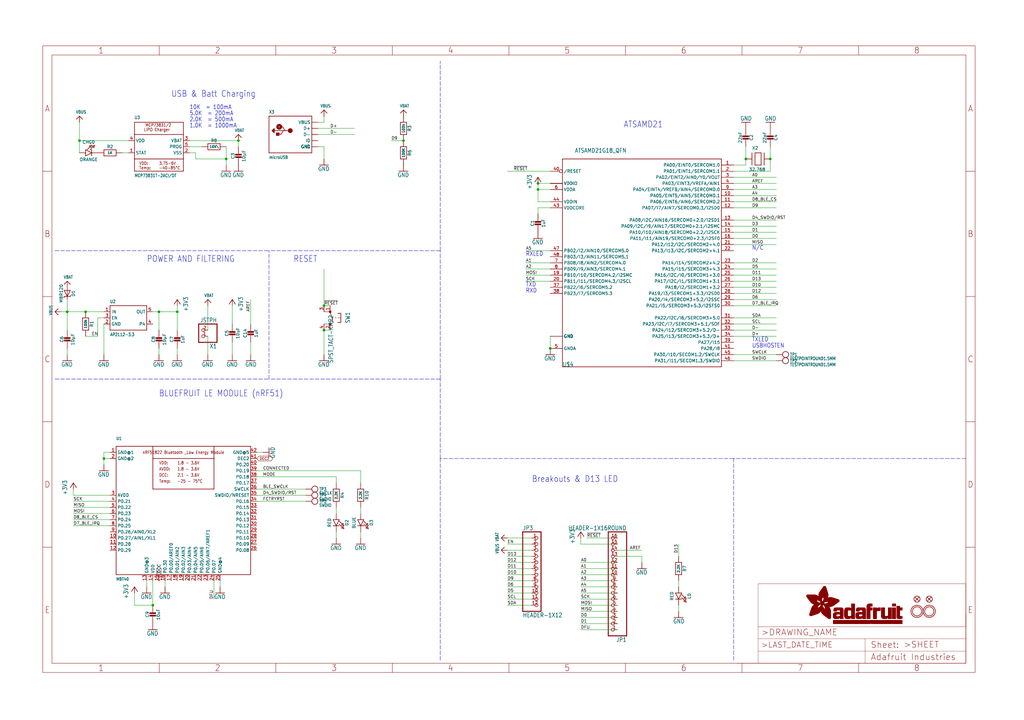
<source format=kicad_sch>
(kicad_sch (version 20211123) (generator eeschema)
  (paper "User" 425.45 299.161)
  (lib_symbols
    (symbol "eagleSchem-eagle-import:+3V3" (power)
      (property "Value" "+3V3" (at -2.54 -5.08 90))
      (symbol "+3V3_1_0"
        (pin power_in line (at 0 -2.54 90) (length 2.54) (name "+3V3") (number "1"))
      )
    )
    (symbol "eagleSchem-eagle-import:ATSAMD21J_QFN"
      (property "Value" "ATSAMD21J_QFN" (at -15.24 40.64 0))
      (symbol "ATSAMD21J_QFN_1_0"
        (pin bidirectional line (at 50.8 35.56 180) (length 5.08) (name "PA00/EINT0/SERCOM1.0") (number "1"))
        (pin bidirectional line (at 50.8 22.86 180) (length 5.08) (name "PA05/EINT5/AIN5/SERCOM0.1") (number "10"))
        (pin bidirectional line (at 50.8 20.32 180) (length 5.08) (name "PA06/EINT6/AIN6/SERCOM0.2") (number "11"))
        (pin bidirectional line (at 50.8 17.78 180) (length 5.08) (name "PA07/I7/AIN7/SERCOM0.3/I2SD0") (number "12"))
        (pin bidirectional line (at 50.8 12.7 180) (length 5.08) (name "PA08/I2C/AIN16/SERCOM0+2.0/I2SD1") (number "13"))
        (pin bidirectional line (at 50.8 10.16 180) (length 5.08) (name "PA09/I2C/I9/AIN17/SERCOM0+2.1/I2SMC") (number "14"))
        (pin bidirectional line (at 50.8 7.62 180) (length 5.08) (name "PA10/I10/AIN18/SERCOM0+2.2/I2SCK") (number "15"))
        (pin bidirectional line (at 50.8 5.08 180) (length 5.08) (name "PA11/I11/AIN19/SERCOM0+2.3/I2SF0") (number "16"))
        (pin power_in line (at -25.4 27.94 0) (length 5.08) (name "VDDIO") (number "17"))
        (pin power_in line (at -25.4 -35.56 0) (length 5.08) (name "GND") (number "18"))
        (pin bidirectional line (at -25.4 -10.16 0) (length 5.08) (name "PB10/I10/SERCOM4.2/I2SMC") (number "19"))
        (pin bidirectional line (at 50.8 33.02 180) (length 5.08) (name "PA01/EINT1/SERCOM1.1") (number "2"))
        (pin bidirectional line (at -25.4 -12.7 0) (length 5.08) (name "PB11/I11/SERCOM4.3/I2SCL") (number "20"))
        (pin bidirectional line (at 50.8 2.54 180) (length 5.08) (name "PA12/I12/I2C/SERCOM2+4.0") (number "21"))
        (pin bidirectional line (at 50.8 0 180) (length 5.08) (name "PA13/I13/I2C/SERCOM2+4.1") (number "22"))
        (pin bidirectional line (at 50.8 -5.08 180) (length 5.08) (name "PA14/I14/SERCOM2+4.2") (number "23"))
        (pin bidirectional line (at 50.8 -7.62 180) (length 5.08) (name "PA15/I15/SERCOM3+4.3") (number "24"))
        (pin bidirectional line (at 50.8 -10.16 180) (length 5.08) (name "PA16/I2C/I0/SERCOM1+3.0") (number "25"))
        (pin bidirectional line (at 50.8 -12.7 180) (length 5.08) (name "PA17/I2C/I1/SERCOM1+3.1") (number "26"))
        (pin bidirectional line (at 50.8 -15.24 180) (length 5.08) (name "PA18/I2/SERCOM1+3.2") (number "27"))
        (pin bidirectional line (at 50.8 -17.78 180) (length 5.08) (name "PA19/I3/SERCOM1+3.3/I2SD0") (number "28"))
        (pin bidirectional line (at 50.8 -20.32 180) (length 5.08) (name "PA20/I4/SERCOM3+5.2/I2SSC") (number "29"))
        (pin bidirectional line (at 50.8 30.48 180) (length 5.08) (name "PA02/EINT2/AIN0/Y0/VOUT") (number "3"))
        (pin bidirectional line (at 50.8 -22.86 180) (length 5.08) (name "PA21/I5/SERCOM3+5.3/I2SFS0") (number "30"))
        (pin bidirectional line (at 50.8 -27.94 180) (length 5.08) (name "PA22/I2C/I6/SERCOM3+5.0") (number "31"))
        (pin bidirectional line (at 50.8 -30.48 180) (length 5.08) (name "PA23/I2C/I7/SERCOM3+5.1/SOF") (number "32"))
        (pin bidirectional line (at 50.8 -33.02 180) (length 5.08) (name "PA24/I12/SERCOM3+5.2/D-") (number "33"))
        (pin bidirectional line (at 50.8 -35.56 180) (length 5.08) (name "PA25/I13/SERCOM3+5.3/D+") (number "34"))
        (pin power_in line (at -25.4 -35.56 0) (length 5.08) (name "GND") (number "35"))
        (pin power_in line (at -25.4 27.94 0) (length 5.08) (name "VDDIO") (number "36"))
        (pin bidirectional line (at -25.4 -15.24 0) (length 5.08) (name "PB22/I6/SERCOM5.2") (number "37"))
        (pin bidirectional line (at -25.4 -17.78 0) (length 5.08) (name "PB23/I7/SERCOM5.3") (number "38"))
        (pin bidirectional line (at 50.8 -38.1 180) (length 5.08) (name "PA27/I15") (number "39"))
        (pin bidirectional line (at 50.8 27.94 180) (length 5.08) (name "PA03/EINT3/VREFA/AIN1") (number "4"))
        (pin bidirectional inverted (at -25.4 33.02 0) (length 5.08) (name "/RESET") (number "40"))
        (pin bidirectional line (at 50.8 -40.64 180) (length 5.08) (name "PA28/I8") (number "41"))
        (pin power_in line (at -25.4 -35.56 0) (length 5.08) (name "GND") (number "42"))
        (pin power_in line (at -25.4 17.78 0) (length 5.08) (name "VDDCORE") (number "43"))
        (pin power_in line (at -25.4 20.32 0) (length 5.08) (name "VDDIN") (number "44"))
        (pin bidirectional line (at 50.8 -43.18 180) (length 5.08) (name "PA30/I10/SECOM1.2/SWCLK") (number "45"))
        (pin bidirectional line (at 50.8 -45.72 180) (length 5.08) (name "PA31/I11/SECOM1.3/SWDIO") (number "46"))
        (pin bidirectional line (at -25.4 0 0) (length 5.08) (name "PB02/I2/AIN10/SERCOM5.0") (number "47"))
        (pin bidirectional line (at -25.4 -2.54 0) (length 5.08) (name "PB03/I3/AIN11/SERCOM5.1") (number "48"))
        (pin power_in line (at -25.4 -40.64 0) (length 5.08) (name "GNDA") (number "5"))
        (pin power_in line (at -25.4 25.4 0) (length 5.08) (name "VDDA") (number "6"))
        (pin bidirectional line (at -25.4 -5.08 0) (length 5.08) (name "PB08/I8/AIN2/SERCOM4.0") (number "7"))
        (pin bidirectional line (at -25.4 -7.62 0) (length 5.08) (name "PB09/I9/AIN3/SERCOM4.1") (number "8"))
        (pin bidirectional line (at 50.8 25.4 180) (length 5.08) (name "PA04/EINT4/VREFB/AIN4/SERCOM0.0") (number "9"))
        (pin power_in line (at -25.4 -35.56 0) (length 5.08) (name "GND") (number "THERMAL"))
      )
    )
    (symbol "eagleSchem-eagle-import:CAP_CERAMIC0603_NO"
      (property "Reference" "C" (at -2.29 1.25 90))
      (property "Value" "CAP_CERAMIC0603_NO" (at 2.3 1.25 90))
      (symbol "CAP_CERAMIC0603_NO_1_0"
        (pin passive line (at 0 5.08 270) (length 2.54) (name "1") (number "1"))
        (pin passive line (at 0 -2.54 90) (length 2.54) (name "2") (number "2"))
      )
    )
    (symbol "eagleSchem-eagle-import:CAP_CERAMIC0805-NOOUTLINE"
      (property "Reference" "C" (at -2.29 1.25 90))
      (property "Value" "CAP_CERAMIC0805-NOOUTLINE" (at 2.3 1.25 90))
      (symbol "CAP_CERAMIC0805-NOOUTLINE_1_0"
        (pin passive line (at 0 5.08 270) (length 2.54) (name "1") (number "1"))
        (pin passive line (at 0 -2.54 90) (length 2.54) (name "2") (number "2"))
      )
    )
    (symbol "eagleSchem-eagle-import:CON_JST_PH_2PIN"
      (property "Reference" "X" (at -6.35 5.715 0))
      (property "Value" "CON_JST_PH_2PIN" (at -6.35 -5.08 0))
      (symbol "CON_JST_PH_2PIN_1_0"
        (pin passive inverted (at -2.54 2.54 0) (length 2.54) (name "1") (number "1"))
        (pin passive inverted (at -2.54 0 0) (length 2.54) (name "2") (number "2"))
      )
    )
    (symbol "eagleSchem-eagle-import:DIODE-SCHOTTKYSOD-123"
      (property "Reference" "D" (at 0 2.54 0))
      (property "Value" "DIODE-SCHOTTKYSOD-123" (at 0 -2.5 0))
      (symbol "DIODE-SCHOTTKYSOD-123_1_0"
        (pin passive line (at -2.54 0 0) (length 2.54) (name "A") (number "A"))
        (pin passive line (at 2.54 0 180) (length 2.54) (name "C") (number "C"))
      )
    )
    (symbol "eagleSchem-eagle-import:FIDUCIAL{dblquote}{dblquote}")
    (symbol "eagleSchem-eagle-import:FRAME_A3_ADAFRUIT"
      (symbol "FRAME_A3_ADAFRUIT_1_0"
        (text "1" (at 24.2094 1.905 0) (effects (font (size 2.54 2.286))))
        (text "1" (at 24.2094 258.445 0) (effects (font (size 2.54 2.286))))
        (text "2" (at 72.6281 1.905 0) (effects (font (size 2.54 2.286))))
        (text "2" (at 72.6281 258.445 0) (effects (font (size 2.54 2.286))))
        (text "3" (at 121.0469 1.905 0) (effects (font (size 2.54 2.286))))
        (text "3" (at 121.0469 258.445 0) (effects (font (size 2.54 2.286))))
        (text "4" (at 169.4656 1.905 0) (effects (font (size 2.54 2.286))))
        (text "4" (at 169.4656 258.445 0) (effects (font (size 2.54 2.286))))
        (text "5" (at 217.8844 1.905 0) (effects (font (size 2.54 2.286))))
        (text "5" (at 217.8844 258.445 0) (effects (font (size 2.54 2.286))))
        (text "6" (at 266.3031 1.905 0) (effects (font (size 2.54 2.286))))
        (text "6" (at 266.3031 258.445 0) (effects (font (size 2.54 2.286))))
        (text "7" (at 314.7219 1.905 0) (effects (font (size 2.54 2.286))))
        (text "7" (at 314.7219 258.445 0) (effects (font (size 2.54 2.286))))
        (text "8" (at 363.1406 1.905 0) (effects (font (size 2.54 2.286))))
        (text "8" (at 363.1406 258.445 0) (effects (font (size 2.54 2.286))))
        (text ">DRAWING_NAME" (at 298.45 15.24 0) (effects (font (size 2.54 2.54)) (justify left bottom)))
        (text ">LAST_DATE_TIME" (at 298.45 10.16 0) (effects (font (size 2.286 2.286)) (justify left bottom)))
        (text ">SHEET" (at 357.505 10.16 0) (effects (font (size 2.54 2.54)) (justify left bottom)))
        (text "A" (at 1.905 234.315 0) (effects (font (size 2.54 2.286))))
        (text "A" (at 385.445 234.315 0) (effects (font (size 2.54 2.286))))
        (text "Adafruit Industries" (at 343.916 4.953 0) (effects (font (size 2.54 2.54)) (justify left bottom)))
        (text "B" (at 1.905 182.245 0) (effects (font (size 2.54 2.286))))
        (text "B" (at 385.445 182.245 0) (effects (font (size 2.54 2.286))))
        (text "C" (at 1.905 130.175 0) (effects (font (size 2.54 2.286))))
        (text "C" (at 385.445 130.175 0) (effects (font (size 2.54 2.286))))
        (text "D" (at 1.905 78.105 0) (effects (font (size 2.54 2.286))))
        (text "D" (at 385.445 78.105 0) (effects (font (size 2.54 2.286))))
        (text "E" (at 1.905 26.035 0) (effects (font (size 2.54 2.286))))
        (text "E" (at 385.445 26.035 0) (effects (font (size 2.54 2.286))))
        (text "Sheet:" (at 343.916 10.033 0) (effects (font (size 2.54 2.54)) (justify left bottom)))
      )
    )
    (symbol "eagleSchem-eagle-import:GND" (power)
      (property "Value" "GND" (at -2.54 -2.54 0))
      (symbol "GND_1_0"
        (pin power_in line (at 0 2.54 270) (length 2.54) (name "GND") (number "1"))
      )
    )
    (symbol "eagleSchem-eagle-import:HEADER-1X12"
      (property "Reference" "JP" (at -6.35 18.415 0))
      (property "Value" "HEADER-1X12" (at -6.35 -17.78 0))
      (symbol "HEADER-1X12_1_0"
        (pin passive inverted (at -2.54 15.24 0) (length 2.54) (name "1") (number "1"))
        (pin passive inverted (at -2.54 -7.62 0) (length 2.54) (name "10") (number "10"))
        (pin passive inverted (at -2.54 -10.16 0) (length 2.54) (name "11") (number "11"))
        (pin passive inverted (at -2.54 -12.7 0) (length 2.54) (name "12") (number "12"))
        (pin passive inverted (at -2.54 12.7 0) (length 2.54) (name "2") (number "2"))
        (pin passive inverted (at -2.54 10.16 0) (length 2.54) (name "3") (number "3"))
        (pin passive inverted (at -2.54 7.62 0) (length 2.54) (name "4") (number "4"))
        (pin passive inverted (at -2.54 5.08 0) (length 2.54) (name "5") (number "5"))
        (pin passive inverted (at -2.54 2.54 0) (length 2.54) (name "6") (number "6"))
        (pin passive inverted (at -2.54 0 0) (length 2.54) (name "7") (number "7"))
        (pin passive inverted (at -2.54 -2.54 0) (length 2.54) (name "8") (number "8"))
        (pin passive inverted (at -2.54 -5.08 0) (length 2.54) (name "9") (number "9"))
      )
    )
    (symbol "eagleSchem-eagle-import:HEADER-1X16ROUND"
      (property "Reference" "JP" (at -6.35 20.955 0))
      (property "Value" "HEADER-1X16ROUND" (at -6.35 -25.4 0))
      (symbol "HEADER-1X16ROUND_1_0"
        (pin passive inverted (at -2.54 17.78 0) (length 2.54) (name "1") (number "1"))
        (pin passive inverted (at -2.54 -5.08 0) (length 2.54) (name "10") (number "10"))
        (pin passive inverted (at -2.54 -7.62 0) (length 2.54) (name "11") (number "11"))
        (pin passive inverted (at -2.54 -10.16 0) (length 2.54) (name "12") (number "12"))
        (pin passive inverted (at -2.54 -12.7 0) (length 2.54) (name "13") (number "13"))
        (pin passive inverted (at -2.54 -15.24 0) (length 2.54) (name "14") (number "14"))
        (pin passive inverted (at -2.54 -17.78 0) (length 2.54) (name "15") (number "15"))
        (pin passive inverted (at -2.54 -20.32 0) (length 2.54) (name "16") (number "16"))
        (pin passive inverted (at -2.54 15.24 0) (length 2.54) (name "2") (number "2"))
        (pin passive inverted (at -2.54 12.7 0) (length 2.54) (name "3") (number "3"))
        (pin passive inverted (at -2.54 10.16 0) (length 2.54) (name "4") (number "4"))
        (pin passive inverted (at -2.54 7.62 0) (length 2.54) (name "5") (number "5"))
        (pin passive inverted (at -2.54 5.08 0) (length 2.54) (name "6") (number "6"))
        (pin passive inverted (at -2.54 2.54 0) (length 2.54) (name "7") (number "7"))
        (pin passive inverted (at -2.54 0 0) (length 2.54) (name "8") (number "8"))
        (pin passive inverted (at -2.54 -2.54 0) (length 2.54) (name "9") (number "9"))
      )
    )
    (symbol "eagleSchem-eagle-import:LED0805_NOOUTLINE"
      (property "Reference" "D" (at -1.27 4.445 0))
      (property "Value" "LED0805_NOOUTLINE" (at -1.27 -2.794 0))
      (symbol "LED0805_NOOUTLINE_1_0"
        (pin passive line (at -5.08 0 0) (length 2.54) (name "A") (number "A"))
        (pin passive line (at 2.54 0 180) (length 2.54) (name "C") (number "C"))
      )
    )
    (symbol "eagleSchem-eagle-import:MCP73831{slash}2"
      (property "Reference" "U" (at -10.16 11.43 0))
      (property "Value" "MCP73831{slash}2" (at -10.16 -12.7 0))
      (symbol "MCP73831{slash}2_1_0"
        (text "-40-85°C" (at 0 -9.525 0) (effects (font (size 1.27 1.0795)) (justify left bottom)))
        (text "3.75-6V" (at 0 -7.62 0) (effects (font (size 1.27 1.0795)) (justify left bottom)))
        (text "LIPO Charger" (at -6.35 6.35 0) (effects (font (size 1.27 1.0795)) (justify left bottom)))
        (text "MCP73831/2" (at -5.715 8.255 0) (effects (font (size 1.27 1.0795)) (justify left bottom)))
        (text "Temp:" (at -8.255 -9.525 0) (effects (font (size 1.27 1.0795)) (justify left bottom)))
        (text "VDD:" (at -8.255 -7.62 0) (effects (font (size 1.27 1.0795)) (justify left bottom)))
        (pin output line (at -12.7 -2.54 0) (length 2.54) (name "STAT") (number "1"))
        (pin power_in line (at 12.7 -2.54 180) (length 2.54) (name "VSS") (number "2"))
        (pin power_in line (at 12.7 2.54 180) (length 2.54) (name "VBAT") (number "3"))
        (pin power_in line (at -12.7 2.54 0) (length 2.54) (name "VDD") (number "4"))
        (pin input line (at 12.7 0 180) (length 2.54) (name "PROG") (number "5"))
      )
    )
    (symbol "eagleSchem-eagle-import:MOUNTINGHOLE2.5")
    (symbol "eagleSchem-eagle-import:NRF51822_MODULE_MDBT40"
      (property "Reference" "U" (at -27.94 27.94 0))
      (property "Value" "NRF51822_MODULE_MDBT40" (at -27.94 -30.48 0))
      (symbol "NRF51822_MODULE_MDBT40_1_0"
        (text "-25 - 75°C" (at -2.54 10.16 0) (effects (font (size 1.27 1.0795)) (justify left bottom)))
        (text "1.8 - 3.6V" (at -2.54 15.24 0) (effects (font (size 1.27 1.0795)) (justify left bottom)))
        (text "1.8 - 3.6V" (at -2.54 17.78 0) (effects (font (size 1.27 1.0795)) (justify left bottom)))
        (text "2.1 - 3.6V" (at -2.54 12.7 0) (effects (font (size 1.27 1.0795)) (justify left bottom)))
        (text "AVDD:" (at -10.16 15.24 0) (effects (font (size 1.27 1.0795)) (justify left bottom)))
        (text "DCC:" (at -10.16 12.7 0) (effects (font (size 1.27 1.0795)) (justify left bottom)))
        (text "nRF51822 Bluetooth _Low Energy Module" (at 0 22.86 0) (effects (font (size 1.27 1.0795))))
        (text "Temp:" (at -10.16 10.16 0) (effects (font (size 1.27 1.0795)) (justify left bottom)))
        (text "VDD:" (at -10.16 17.78 0) (effects (font (size 1.27 1.0795)) (justify left bottom)))
        (pin power_in line (at -30.48 22.86 0) (length 2.54) (name "GND@1") (number "1"))
        (pin bidirectional line (at -30.48 -12.7 0) (length 2.54) (name "P0.27/AIN1/XL1") (number "10"))
        (pin bidirectional line (at -30.48 -15.24 0) (length 2.54) (name "P0.28") (number "11"))
        (pin bidirectional line (at -30.48 -17.78 0) (length 2.54) (name "P0.29") (number "12"))
        (pin power_in line (at -15.24 -30.48 90) (length 2.54) (name "GND@3") (number "13"))
        (pin power_in line (at -12.7 -30.48 90) (length 2.54) (name "VDD") (number "14"))
        (pin power_in line (at -10.16 -30.48 90) (length 2.54) (name "DCC") (number "15"))
        (pin bidirectional line (at -7.62 -30.48 90) (length 2.54) (name "P0.30") (number "16"))
        (pin bidirectional line (at -5.08 -30.48 90) (length 2.54) (name "P0.00/AREF0") (number "17"))
        (pin bidirectional line (at -2.54 -30.48 90) (length 2.54) (name "P0.01/AIN2") (number "18"))
        (pin bidirectional line (at 0 -30.48 90) (length 2.54) (name "P0.02/AIN3") (number "19"))
        (pin power_in line (at -30.48 20.32 0) (length 2.54) (name "GND@2") (number "2"))
        (pin bidirectional line (at 2.54 -30.48 90) (length 2.54) (name "P0.03/AIN4") (number "20"))
        (pin bidirectional line (at 5.08 -30.48 90) (length 2.54) (name "P0.04/AIN5") (number "21"))
        (pin bidirectional line (at 7.62 -30.48 90) (length 2.54) (name "P0.05/AIN6") (number "22"))
        (pin bidirectional line (at 10.16 -30.48 90) (length 2.54) (name "P0.06/AIN7/AREF1") (number "23"))
        (pin bidirectional line (at 12.7 -30.48 90) (length 2.54) (name "P0.07") (number "24"))
        (pin power_in line (at 15.24 -30.48 90) (length 2.54) (name "GND@4") (number "25"))
        (pin bidirectional line (at 30.48 -17.78 180) (length 2.54) (name "P0.08") (number "26"))
        (pin bidirectional line (at 30.48 -15.24 180) (length 2.54) (name "P0.09") (number "27"))
        (pin bidirectional line (at 30.48 -12.7 180) (length 2.54) (name "P0.10") (number "28"))
        (pin bidirectional line (at 30.48 -10.16 180) (length 2.54) (name "P0.11") (number "29"))
        (pin power_in line (at -30.48 5.08 0) (length 2.54) (name "AVDD") (number "3"))
        (pin bidirectional line (at 30.48 -7.62 180) (length 2.54) (name "P0.12") (number "30"))
        (pin bidirectional line (at 30.48 -5.08 180) (length 2.54) (name "P0.13") (number "31"))
        (pin bidirectional line (at 30.48 -2.54 180) (length 2.54) (name "P0.14") (number "32"))
        (pin bidirectional line (at 30.48 0 180) (length 2.54) (name "P0.15") (number "33"))
        (pin bidirectional line (at 30.48 2.54 180) (length 2.54) (name "P0.16") (number "34"))
        (pin bidirectional line (at 30.48 5.08 180) (length 2.54) (name "SWDIO/NRESET") (number "35"))
        (pin bidirectional line (at 30.48 7.62 180) (length 2.54) (name "SWCLK") (number "36"))
        (pin bidirectional line (at 30.48 10.16 180) (length 2.54) (name "P0.17") (number "37"))
        (pin bidirectional line (at 30.48 12.7 180) (length 2.54) (name "P0.18") (number "38"))
        (pin bidirectional line (at 30.48 15.24 180) (length 2.54) (name "P0.19") (number "39"))
        (pin bidirectional line (at -30.48 2.54 0) (length 2.54) (name "P0.21") (number "4"))
        (pin bidirectional line (at 30.48 17.78 180) (length 2.54) (name "P0.20") (number "40"))
        (pin power_in line (at 30.48 20.32 180) (length 2.54) (name "DEC2") (number "41"))
        (pin power_in line (at 30.48 22.86 180) (length 2.54) (name "GND@5") (number "42"))
        (pin bidirectional line (at -30.48 0 0) (length 2.54) (name "P0.22") (number "5"))
        (pin bidirectional line (at -30.48 -2.54 0) (length 2.54) (name "P0.23") (number "6"))
        (pin bidirectional line (at -30.48 -5.08 0) (length 2.54) (name "P0.24") (number "7"))
        (pin bidirectional line (at -30.48 -7.62 0) (length 2.54) (name "P0.25") (number "8"))
        (pin bidirectional line (at -30.48 -10.16 0) (length 2.54) (name "P0.26/AIN0/XL2") (number "9"))
      )
    )
    (symbol "eagleSchem-eagle-import:RESISTOR_0603_NOOUT"
      (property "Reference" "R" (at 0 2.54 0))
      (property "Value" "RESISTOR_0603_NOOUT" (at 0 0 0))
      (symbol "RESISTOR_0603_NOOUT_1_0"
        (pin passive line (at -5.08 0 0) (length 2.54) (name "1") (number "1"))
        (pin passive line (at 5.08 0 180) (length 2.54) (name "2") (number "2"))
      )
    )
    (symbol "eagleSchem-eagle-import:SPST_TACT-KMR2"
      (property "Reference" "SW" (at -6.35 -2.54 90))
      (property "Value" "SPST_TACT-KMR2" (at -3.81 3.175 90))
      (symbol "SPST_TACT-KMR2_1_0"
        (pin passive line (at 0 -5.08 90) (length 2.54) (name "P") (number "1"))
        (pin passive line (at 0 5.08 270) (length 2.54) (name "S") (number "2"))
        (pin passive line (at 2.54 -5.08 90) (length 2.54) (name "P1") (number "3"))
        (pin passive line (at 2.54 5.08 270) (length 2.54) (name "S1") (number "4"))
      )
    )
    (symbol "eagleSchem-eagle-import:TESTPOINT1.5X2.0MM_NOCREAM"
      (property "Reference" "TP" (at 0 5.588 90))
      (property "Value" "TESTPOINT1.5X2.0MM_NOCREAM" (at 1.651 5.588 90))
      (symbol "TESTPOINT1.5X2.0MM_NOCREAM_1_0"
        (pin bidirectional line (at 0 0 90) (length 2.54) (name "P$1") (number "P$1"))
      )
    )
    (symbol "eagleSchem-eagle-import:TESTPOINTROUND1.5MM"
      (property "Reference" "TP" (at 0 5.588 90))
      (property "Value" "TESTPOINTROUND1.5MM" (at 1.651 5.588 90))
      (symbol "TESTPOINTROUND1.5MM_1_0"
        (pin bidirectional line (at 0 0 90) (length 2.54) (name "P$1") (number "P$1"))
      )
    )
    (symbol "eagleSchem-eagle-import:USB_MICRO_20329_V2"
      (property "Reference" "X" (at -10.16 8.636 0))
      (property "Value" "USB_MICRO_20329_V2" (at -10.16 -10.16 0))
      (symbol "USB_MICRO_20329_V2_1_0"
        (pin power_in line (at 10.16 -5.08 180) (length 2.54) (name "GND") (number "BASE@1"))
        (pin power_in line (at 10.16 -5.08 180) (length 2.54) (name "GND") (number "BASE@2"))
        (pin bidirectional line (at 10.16 2.54 180) (length 2.54) (name "D+") (number "D+"))
        (pin bidirectional line (at 10.16 0 180) (length 2.54) (name "D-") (number "D-"))
        (pin power_in line (at 10.16 -5.08 180) (length 2.54) (name "GND") (number "GND"))
        (pin bidirectional line (at 10.16 -2.54 180) (length 2.54) (name "ID") (number "ID"))
        (pin power_in line (at 10.16 -5.08 180) (length 2.54) (name "GND") (number "SPRT@1"))
        (pin power_in line (at 10.16 -5.08 180) (length 2.54) (name "GND") (number "SPRT@2"))
        (pin power_in line (at 10.16 -5.08 180) (length 2.54) (name "GND") (number "SPRT@3"))
        (pin power_in line (at 10.16 -5.08 180) (length 2.54) (name "GND") (number "SPRT@4"))
        (pin power_in line (at 10.16 5.08 180) (length 2.54) (name "VBUS") (number "VBUS"))
      )
    )
    (symbol "eagleSchem-eagle-import:VBAT" (power)
      (property "Value" "VBAT" (at -1.524 1.016 0))
      (symbol "VBAT_1_0"
        (pin power_in line (at 0 -2.54 90) (length 2.54) (name "VBAT") (number "1"))
      )
    )
    (symbol "eagleSchem-eagle-import:VBUS" (power)
      (property "Value" "VBUS" (at -1.524 1.016 0))
      (symbol "VBUS_1_0"
        (pin power_in line (at 0 -2.54 90) (length 2.54) (name "VBUS") (number "1"))
      )
    )
    (symbol "eagleSchem-eagle-import:VREG_SOT23-5"
      (property "Reference" "U" (at -7.62 6.096 0))
      (property "Value" "VREG_SOT23-5" (at -7.62 -7.62 0))
      (symbol "VREG_SOT23-5_1_0"
        (pin power_in line (at -10.16 2.54 0) (length 2.54) (name "IN") (number "1"))
        (pin power_in line (at -10.16 -2.54 0) (length 2.54) (name "GND") (number "2"))
        (pin input line (at -10.16 0 0) (length 2.54) (name "EN") (number "3"))
        (pin bidirectional line (at 10.16 -2.54 180) (length 2.54) (name "P4") (number "4"))
        (pin power_in line (at 10.16 2.54 180) (length 2.54) (name "OUT") (number "5"))
      )
    )
    (symbol "eagleSchem-eagle-import:XTAL-3.2X1.5"
      (property "Reference" "X" (at -2.54 3.81 0))
      (property "Value" "XTAL-3.2X1.5" (at -3.81 -5.08 0))
      (symbol "XTAL-3.2X1.5_1_0"
        (pin bidirectional line (at -5.08 0 0) (length 2.54) (name "P$1") (number "P$1"))
        (pin bidirectional line (at 5.08 0 180) (length 2.54) (name "P$2") (number "P$2"))
      )
    )
  )
  (junction (at 223.52 78.74))
  (junction (at 35.56 129.54))
  (junction (at 27.94 129.54))
  (junction (at 167.64 58.42))
  (junction (at 134.62 137.16))
  (junction (at 43.18 190.5))
  (junction (at 309.88 66.04))
  (junction (at 63.5 251.46))
  (junction (at 73.66 129.54))
  (junction (at 33.02 58.42))
  (junction (at 320.04 66.04))
  (junction (at 93.98 66.04))
  (junction (at 223.52 76.2))
  (junction (at 228.6 144.78))
  (junction (at 66.04 129.54))
  (junction (at 99.06 58.42))
  (junction (at 134.62 127))
  (wire (pts (xy 43.18 129.54) (xy 35.56 129.54)))
  (wire (pts (xy 40.64 139.7) (xy 40.64 132.08)))
  (polyline (pts (xy 22.86 157.48) (xy 111.76 157.48)))
  (wire (pts (xy 167.64 58.42) (xy 162.56 58.42)))
  (wire (pts (xy 149.86 210.82) (xy 149.86 213.36)))
  (wire (pts (xy 81.28 63.5) (xy 81.28 66.04)))
  (wire (pts (xy 220.98 246.38) (xy 210.82 246.38)))
  (wire (pts (xy 223.52 83.82) (xy 223.52 78.74)))
  (wire (pts (xy 309.88 60.96) (xy 309.88 66.04)))
  (polyline (pts (xy 182.88 274.32) (xy 182.88 190.5)))
  (wire (pts (xy 35.56 129.54) (xy 27.94 129.54)))
  (wire (pts (xy 256.54 248.92) (xy 241.3 248.92)))
  (polyline (pts (xy 182.88 104.14) (xy 182.88 25.4)))
  (wire (pts (xy 228.6 78.74) (xy 223.52 78.74)))
  (wire (pts (xy 228.6 104.14) (xy 218.44 104.14)))
  (wire (pts (xy 304.8 86.36) (xy 322.58 86.36)))
  (wire (pts (xy 104.14 142.24) (xy 104.14 147.32)))
  (wire (pts (xy 210.82 226.06) (xy 220.98 226.06)))
  (wire (pts (xy 304.8 83.82) (xy 322.58 83.82)))
  (wire (pts (xy 304.8 68.58) (xy 309.88 68.58)))
  (wire (pts (xy 210.82 243.84) (xy 220.98 243.84)))
  (wire (pts (xy 304.8 93.98) (xy 322.58 93.98)))
  (wire (pts (xy 35.56 139.7) (xy 40.64 139.7)))
  (wire (pts (xy 210.82 233.68) (xy 220.98 233.68)))
  (wire (pts (xy 320.04 66.04) (xy 320.04 60.96)))
  (wire (pts (xy 256.54 261.62) (xy 241.3 261.62)))
  (polyline (pts (xy 182.88 157.48) (xy 182.88 104.14)))
  (wire (pts (xy 132.08 53.34) (xy 147.32 53.34)))
  (wire (pts (xy 96.52 134.62) (xy 96.52 127)))
  (wire (pts (xy 322.58 91.44) (xy 304.8 91.44)))
  (wire (pts (xy 304.8 78.74) (xy 322.58 78.74)))
  (wire (pts (xy 220.98 236.22) (xy 210.82 236.22)))
  (wire (pts (xy 218.44 116.84) (xy 228.6 116.84)))
  (wire (pts (xy 228.6 86.36) (xy 223.52 86.36)))
  (wire (pts (xy 104.14 134.62) (xy 104.14 124.46)))
  (polyline (pts (xy 182.88 157.48) (xy 111.76 157.48)))
  (wire (pts (xy 134.62 111.76) (xy 134.62 127)))
  (wire (pts (xy 304.8 121.92) (xy 322.58 121.92)))
  (wire (pts (xy 304.8 127) (xy 322.58 127)))
  (wire (pts (xy 322.58 149.86) (xy 304.8 149.86)))
  (wire (pts (xy 55.88 251.46) (xy 55.88 246.38)))
  (wire (pts (xy 78.74 63.5) (xy 81.28 63.5)))
  (wire (pts (xy 304.8 96.52) (xy 322.58 96.52)))
  (wire (pts (xy 86.36 147.32) (xy 86.36 139.7)))
  (wire (pts (xy 322.58 139.7) (xy 304.8 139.7)))
  (wire (pts (xy 93.98 66.04) (xy 93.98 68.58)))
  (wire (pts (xy 134.62 127) (xy 137.16 127)))
  (wire (pts (xy 27.94 124.46) (xy 27.94 129.54)))
  (wire (pts (xy 106.68 198.12) (xy 139.7 198.12)))
  (wire (pts (xy 223.52 86.36) (xy 223.52 88.9)))
  (wire (pts (xy 304.8 109.22) (xy 322.58 109.22)))
  (wire (pts (xy 68.58 241.3) (xy 68.58 243.84)))
  (wire (pts (xy 304.8 114.3) (xy 322.58 114.3)))
  (wire (pts (xy 81.28 66.04) (xy 93.98 66.04)))
  (wire (pts (xy 134.62 147.32) (xy 134.62 137.16)))
  (wire (pts (xy 281.94 231.14) (xy 281.94 226.06)))
  (wire (pts (xy 304.8 134.62) (xy 322.58 134.62)))
  (wire (pts (xy 228.6 139.7) (xy 228.6 144.78)))
  (polyline (pts (xy 304.8 190.5) (xy 182.88 190.5)))
  (wire (pts (xy 256.54 228.6) (xy 266.7 228.6)))
  (wire (pts (xy 45.72 187.96) (xy 43.18 187.96)))
  (wire (pts (xy 304.8 132.08) (xy 322.58 132.08)))
  (wire (pts (xy 73.66 129.54) (xy 73.66 127)))
  (wire (pts (xy 132.08 60.96) (xy 134.62 60.96)))
  (wire (pts (xy 132.08 50.8) (xy 134.62 50.8)))
  (wire (pts (xy 266.7 231.14) (xy 266.7 233.68)))
  (wire (pts (xy 220.98 228.6) (xy 210.82 228.6)))
  (wire (pts (xy 304.8 101.6) (xy 322.58 101.6)))
  (wire (pts (xy 91.44 241.3) (xy 91.44 243.84)))
  (wire (pts (xy 149.86 195.58) (xy 149.86 200.66)))
  (wire (pts (xy 220.98 248.92) (xy 210.82 248.92)))
  (wire (pts (xy 210.82 223.52) (xy 220.98 223.52)))
  (wire (pts (xy 218.44 111.76) (xy 228.6 111.76)))
  (wire (pts (xy 43.18 190.5) (xy 43.18 193.04)))
  (wire (pts (xy 93.98 60.96) (xy 93.98 66.04)))
  (wire (pts (xy 304.8 137.16) (xy 322.58 137.16)))
  (wire (pts (xy 139.7 210.82) (xy 139.7 213.36)))
  (wire (pts (xy 30.48 205.74) (xy 30.48 203.2)))
  (wire (pts (xy 33.02 50.8) (xy 33.02 58.42)))
  (wire (pts (xy 322.58 111.76) (xy 304.8 111.76)))
  (wire (pts (xy 73.66 144.78) (xy 73.66 147.32)))
  (wire (pts (xy 45.72 190.5) (xy 43.18 190.5)))
  (wire (pts (xy 63.5 129.54) (xy 66.04 129.54)))
  (polyline (pts (xy 22.86 104.14) (xy 111.76 104.14)))
  (wire (pts (xy 322.58 119.38) (xy 304.8 119.38)))
  (wire (pts (xy 223.52 78.74) (xy 223.52 76.2)))
  (wire (pts (xy 256.54 223.52) (xy 243.84 223.52)))
  (wire (pts (xy 30.48 215.9) (xy 45.72 215.9)))
  (wire (pts (xy 63.5 251.46) (xy 55.88 251.46)))
  (wire (pts (xy 73.66 129.54) (xy 73.66 137.16)))
  (wire (pts (xy 134.62 50.8) (xy 134.62 48.26)))
  (wire (pts (xy 106.68 208.28) (xy 127 208.28)))
  (wire (pts (xy 281.94 241.3) (xy 281.94 243.84)))
  (polyline (pts (xy 304.8 274.32) (xy 304.8 190.5)))
  (wire (pts (xy 256.54 251.46) (xy 241.3 251.46)))
  (polyline (pts (xy 182.88 190.5) (xy 182.88 157.48)))
  (wire (pts (xy 304.8 71.12) (xy 320.04 71.12)))
  (wire (pts (xy 241.3 236.22) (xy 256.54 236.22)))
  (wire (pts (xy 241.3 223.52) (xy 241.3 226.06)))
  (wire (pts (xy 139.7 220.98) (xy 139.7 223.52)))
  (wire (pts (xy 30.48 218.44) (xy 45.72 218.44)))
  (wire (pts (xy 210.82 251.46) (xy 220.98 251.46)))
  (wire (pts (xy 281.94 251.46) (xy 281.94 254)))
  (wire (pts (xy 96.52 147.32) (xy 96.52 142.24)))
  (wire (pts (xy 43.18 134.62) (xy 43.18 147.32)))
  (wire (pts (xy 106.68 195.58) (xy 149.86 195.58)))
  (wire (pts (xy 241.3 246.38) (xy 256.54 246.38)))
  (wire (pts (xy 27.94 144.78) (xy 27.94 147.32)))
  (wire (pts (xy 86.36 127) (xy 86.36 137.16)))
  (wire (pts (xy 304.8 73.66) (xy 322.58 73.66)))
  (wire (pts (xy 30.48 213.36) (xy 45.72 213.36)))
  (wire (pts (xy 45.72 205.74) (xy 30.48 205.74)))
  (wire (pts (xy 78.74 60.96) (xy 83.82 60.96)))
  (wire (pts (xy 220.98 241.3) (xy 210.82 241.3)))
  (wire (pts (xy 228.6 109.22) (xy 218.44 109.22)))
  (wire (pts (xy 60.96 241.3) (xy 60.96 243.84)))
  (wire (pts (xy 304.8 116.84) (xy 322.58 116.84)))
  (wire (pts (xy 27.94 129.54) (xy 27.94 137.16)))
  (wire (pts (xy 66.04 137.16) (xy 66.04 129.54)))
  (wire (pts (xy 256.54 238.76) (xy 241.3 238.76)))
  (wire (pts (xy 139.7 198.12) (xy 139.7 200.66)))
  (wire (pts (xy 322.58 99.06) (xy 304.8 99.06)))
  (wire (pts (xy 241.3 259.08) (xy 256.54 259.08)))
  (wire (pts (xy 66.04 129.54) (xy 73.66 129.54)))
  (wire (pts (xy 220.98 231.14) (xy 210.82 231.14)))
  (wire (pts (xy 241.3 226.06) (xy 256.54 226.06)))
  (wire (pts (xy 228.6 76.2) (xy 223.52 76.2)))
  (polyline (pts (xy 401.32 190.5) (xy 304.8 190.5)))
  (polyline (pts (xy 111.76 157.48) (xy 111.76 104.14)))
  (wire (pts (xy 304.8 76.2) (xy 322.58 76.2)))
  (wire (pts (xy 33.02 58.42) (xy 53.34 58.42)))
  (wire (pts (xy 33.02 63.5) (xy 33.02 58.42)))
  (wire (pts (xy 256.54 231.14) (xy 266.7 231.14)))
  (wire (pts (xy 50.8 63.5) (xy 53.34 63.5)))
  (wire (pts (xy 99.06 60.96) (xy 99.06 58.42)))
  (wire (pts (xy 228.6 83.82) (xy 223.52 83.82)))
  (wire (pts (xy 210.82 238.76) (xy 220.98 238.76)))
  (wire (pts (xy 106.68 203.2) (xy 127 203.2)))
  (wire (pts (xy 322.58 81.28) (xy 304.8 81.28)))
  (wire (pts (xy 106.68 187.96) (xy 109.22 187.96)))
  (wire (pts (xy 66.04 144.78) (xy 66.04 147.32)))
  (wire (pts (xy 25.4 129.54) (xy 27.94 129.54)))
  (wire (pts (xy 320.04 71.12) (xy 320.04 66.04)))
  (wire (pts (xy 256.54 233.68) (xy 241.3 233.68)))
  (wire (pts (xy 30.48 208.28) (xy 45.72 208.28)))
  (wire (pts (xy 241.3 254) (xy 256.54 254)))
  (wire (pts (xy 99.06 58.42) (xy 78.74 58.42)))
  (polyline (pts (xy 182.88 104.14) (xy 111.76 104.14)))
  (wire (pts (xy 30.48 210.82) (xy 45.72 210.82)))
  (wire (pts (xy 106.68 205.74) (xy 127 205.74)))
  (wire (pts (xy 228.6 114.3) (xy 218.44 114.3)))
  (wire (pts (xy 88.9 241.3) (xy 88.9 248.92)))
  (wire (pts (xy 147.32 55.88) (xy 132.08 55.88)))
  (wire (pts (xy 256.54 256.54) (xy 241.3 256.54)))
  (wire (pts (xy 309.88 68.58) (xy 309.88 66.04)))
  (wire (pts (xy 241.3 241.3) (xy 256.54 241.3)))
  (wire (pts (xy 137.16 137.16) (xy 134.62 137.16)))
  (wire (pts (xy 134.62 60.96) (xy 134.62 66.04)))
  (wire (pts (xy 43.18 187.96) (xy 43.18 190.5)))
  (wire (pts (xy 304.8 147.32) (xy 322.58 147.32)))
  (wire (pts (xy 228.6 71.12) (xy 210.82 71.12)))
  (wire (pts (xy 63.5 241.3) (xy 63.5 251.46)))
  (wire (pts (xy 149.86 220.98) (xy 149.86 223.52)))
  (wire (pts (xy 256.54 243.84) (xy 241.3 243.84)))
  (wire (pts (xy 40.64 132.08) (xy 43.18 132.08)))
  (wire (pts (xy 304.8 124.46) (xy 322.58 124.46)))
  (text "10K  = 100mA" (at 78.74 45.72 180) (effects (font (size 1.778 1.5113)) (justify left bottom)))
  (text "Breakouts & D13 LED" (at 220.98 200.66 180) (effects (font (size 2.54 2.159)) (justify left bottom)))
  (text "N/C" (at 312.42 104.14 180) (effects (font (size 1.778 1.5113)) (justify left bottom)))
  (text "RESET" (at 121.92 109.22 180) (effects (font (size 2.54 2.159)) (justify left bottom)))
  (text "2.0K  = 500mA" (at 78.74 50.8 180) (effects (font (size 1.778 1.5113)) (justify left bottom)))
  (text "1.0K  = 1000mA" (at 78.74 53.34 180) (effects (font (size 1.778 1.5113)) (justify left bottom)))
  (text "ATSAMD21" (at 259.08 53.34 180) (effects (font (size 2.54 2.159)) (justify left bottom)))
  (text "USB & Batt Charging" (at 71.12 40.64 180) (effects (font (size 2.54 2.159)) (justify left bottom)))
  (text "RXLED" (at 218.44 106.68 180) (effects (font (size 1.778 1.5113)) (justify left bottom)))
  (text "USBHOSTEN" (at 312.42 144.78 180) (effects (font (size 1.778 1.5113)) (justify left bottom)))
  (text "TXLED" (at 312.42 142.24 180) (effects (font (size 1.778 1.5113)) (justify left bottom)))
  (text "5.0K  = 200mA" (at 78.74 48.26 180) (effects (font (size 1.778 1.5113)) (justify left bottom)))
  (text "BLUEFRUIT LE MODULE (nRF51)" (at 66.04 165.1 180) (effects (font (size 2.54 2.159)) (justify left bottom)))
  (text "TXD" (at 218.44 119.38 180) (effects (font (size 1.778 1.5113)) (justify left bottom)))
  (text "POWER AND FILTERING" (at 60.96 109.22 180) (effects (font (size 2.54 2.159)) (justify left bottom)))
  (text "RXD" (at 218.44 121.92 180) (effects (font (size 1.778 1.5113)) (justify left bottom)))
  (label "D11" (at 210.82 236.22 0) (effects (font (size 1.2446 1.2446))))
  (label "D0" (at 312.42 99.06 0) (effects (font (size 1.2446 1.2446))))
  (label "BLE_SWCLK" (at 109.22 203.2 0) (effects (font (size 1.2446 1.2446))))
  (label "A4" (at 312.42 81.28 0) (effects (font (size 1.2446 1.2446))))
  (label "SWDIO" (at 312.42 149.86 0) (effects (font (size 1.2446 1.2446))))
  (label "~{RESET}" (at 134.62 127 0) (effects (font (size 1.2446 1.2446))))
  (label "SDA" (at 312.42 132.08 0) (effects (font (size 1.2446 1.2446))))
  (label "D10" (at 210.82 238.76 0) (effects (font (size 1.2446 1.2446))))
  (label "MOSI" (at 218.44 114.3 0) (effects (font (size 1.2446 1.2446))))
  (label "D7_BLE_IRQ" (at 30.48 218.44 0) (effects (font (size 1.2446 1.2446))))
  (label "~{RESET}" (at 213.36 71.12 0) (effects (font (size 1.2446 1.2446))))
  (label "~{RESET}" (at 243.84 223.52 0) (effects (font (size 1.2446 1.2446))))
  (label "A0" (at 312.42 73.66 0) (effects (font (size 1.2446 1.2446))))
  (label "D1" (at 312.42 96.52 0) (effects (font (size 1.2446 1.2446))))
  (label "D9" (at 312.42 86.36 0) (effects (font (size 1.2446 1.2446))))
  (label "MISO" (at 312.42 101.6 0) (effects (font (size 1.2446 1.2446))))
  (label "EN" (at 210.82 226.06 0) (effects (font (size 1.2446 1.2446))))
  (label "A5" (at 218.44 104.14 0) (effects (font (size 1.2446 1.2446))))
  (label "D0" (at 241.3 256.54 0) (effects (font (size 1.2446 1.2446))))
  (label "MISO" (at 241.3 254 0) (effects (font (size 1.2446 1.2446))))
  (label "SCK" (at 241.3 248.92 0) (effects (font (size 1.2446 1.2446))))
  (label "SWCLK" (at 312.42 147.32 0) (effects (font (size 1.2446 1.2446))))
  (label "D-" (at 312.42 137.16 0) (effects (font (size 1.2446 1.2446))))
  (label "SDA" (at 210.82 251.46 0) (effects (font (size 1.2446 1.2446))))
  (label "MOSI" (at 30.48 213.36 0) (effects (font (size 1.2446 1.2446))))
  (label "SCK" (at 218.44 116.84 0) (effects (font (size 1.2446 1.2446))))
  (label "D13" (at 312.42 116.84 0) (effects (font (size 1.2446 1.2446))))
  (label "D12" (at 210.82 233.68 0) (effects (font (size 1.2446 1.2446))))
  (label "D7_BLE_IRQ" (at 312.42 127 0) (effects (font (size 1.2446 1.2446))))
  (label "D-" (at 137.16 55.88 0) (effects (font (size 1.2446 1.2446))))
  (label "D5" (at 210.82 246.38 0) (effects (font (size 1.2446 1.2446))))
  (label "D+" (at 137.16 53.34 0) (effects (font (size 1.2446 1.2446))))
  (label "SCL" (at 312.42 134.62 0) (effects (font (size 1.2446 1.2446))))
  (label "D10" (at 312.42 119.38 0) (effects (font (size 1.2446 1.2446))))
  (label "AREF" (at 104.14 129.54 90) (effects (font (size 1.2446 1.2446))))
  (label "DFU" (at 88.9 248.92 90) (effects (font (size 1.2446 1.2446))))
  (label "D8_BLE_CS" (at 312.42 83.82 0) (effects (font (size 1.2446 1.2446))))
  (label "AREF" (at 312.42 76.2 0) (effects (font (size 1.2446 1.2446))))
  (label "A0" (at 241.3 233.68 0) (effects (font (size 1.2446 1.2446))))
  (label "EN" (at 38.1 139.7 0) (effects (font (size 1.2446 1.2446))))
  (label "D3" (at 312.42 93.98 0) (effects (font (size 1.2446 1.2446))))
  (label "A1" (at 241.3 236.22 0) (effects (font (size 1.2446 1.2446))))
  (label "SCL" (at 210.82 248.92 0) (effects (font (size 1.2446 1.2446))))
  (label "D4_SWDIO/RST" (at 312.42 91.44 0) (effects (font (size 1.2446 1.2446))))
  (label "D12" (at 312.42 121.92 0) (effects (font (size 1.2446 1.2446))))
  (label "D13" (at 210.82 231.14 0) (effects (font (size 1.2446 1.2446))))
  (label "D4_SWDIO/RST" (at 109.22 205.74 0) (effects (font (size 1.2446 1.2446))))
  (label "MOSI" (at 241.3 251.46 0) (effects (font (size 1.2446 1.2446))))
  (label "A3" (at 312.42 78.74 0) (effects (font (size 1.2446 1.2446))))
  (label "D9" (at 210.82 241.3 0) (effects (font (size 1.2446 1.2446))))
  (label "AREF" (at 261.62 228.6 0) (effects (font (size 1.2446 1.2446))))
  (label "D11" (at 312.42 114.3 0) (effects (font (size 1.2446 1.2446))))
  (label "DFU" (at 241.3 261.62 0) (effects (font (size 1.2446 1.2446))))
  (label "A2" (at 218.44 111.76 0) (effects (font (size 1.2446 1.2446))))
  (label "D6" (at 210.82 243.84 0) (effects (font (size 1.2446 1.2446))))
  (label "FCTRYRST" (at 109.22 208.28 0) (effects (font (size 1.2446 1.2446))))
  (label "A3" (at 241.3 241.3 0) (effects (font (size 1.2446 1.2446))))
  (label "CONNECTED" (at 109.22 195.58 0) (effects (font (size 1.2446 1.2446))))
  (label "D6" (at 312.42 124.46 0) (effects (font (size 1.2446 1.2446))))
  (label "SCK" (at 30.48 208.28 0) (effects (font (size 1.2446 1.2446))))
  (label "D8_BLE_CS" (at 30.48 215.9 0) (effects (font (size 1.2446 1.2446))))
  (label "A5" (at 241.3 246.38 0) (effects (font (size 1.2446 1.2446))))
  (label "MODE" (at 109.22 198.12 0) (effects (font (size 1.2446 1.2446))))
  (label "D2" (at 312.42 109.22 0) (effects (font (size 1.2446 1.2446))))
  (label "A1" (at 218.44 109.22 0) (effects (font (size 1.2446 1.2446))))
  (label "D+" (at 312.42 139.7 0) (effects (font (size 1.2446 1.2446))))
  (label "D5" (at 312.42 111.76 0) (effects (font (size 1.2446 1.2446))))
  (label "A2" (at 241.3 238.76 0) (effects (font (size 1.2446 1.2446))))
  (label "D9" (at 162.56 58.42 0) (effects (font (size 1.2446 1.2446))))
  (label "A4" (at 241.3 243.84 0) (effects (font (size 1.2446 1.2446))))
  (label "D1" (at 241.3 259.08 0) (effects (font (size 1.2446 1.2446))))
  (label "MISO" (at 30.48 210.82 0) (effects (font (size 1.2446 1.2446))))
  (label "D13" (at 281.94 226.06 270) (effects (font (size 1.2446 1.2446))))
  (global_label "DCC" (shape bidirectional) (at 66.04 241.3 90) (effects (font (size 1.016 1.016))) (property "Intersheet References" "${INTERSHEET_REFS}" (effects hide)))
  (global_label "DEC2" (shape bidirectional) (at 106.68 190.5 0) (effects (font (size 1.016 1.016))) (property "Intersheet References" "${INTERSHEET_REFS}" (effects hide)))
  (symbol (lib_id "eagleSchem-eagle-import:GND") (at 86.36 149.86 0) (unit 1)
    (property "Reference" "#U$22" (effects hide))
    (property "Value" "GND" (at 83.82 152.4 0) (effects (font (size 1.778 1.5113)) (justify left bottom)))
    (property "Footprint" "eagleSchem:" (effects hide))
  )
  (symbol (lib_id "eagleSchem-eagle-import:GND") (at 223.52 99.06 0) (unit 1)
    (property "Reference" "#U$6" (effects hide))
    (property "Value" "GND" (at 220.98 101.6 0) (effects (font (size 1.778 1.5113)) (justify left bottom)))
    (property "Footprint" "eagleSchem:" (effects hide))
  )
  (symbol (lib_id "eagleSchem-eagle-import:DIODE-SCHOTTKYSOD-123") (at 27.94 121.92 270) (unit 1)
    (property "Reference" "D1" (at 30.48 121.92 0))
    (property "Value" "MBR120" (at 25.44 121.92 0))
    (property "Footprint" "eagleSchem:SOD-123" (effects hide))
  )
  (symbol (lib_id "eagleSchem-eagle-import:GND") (at 139.7 226.06 0) (unit 1)
    (property "Reference" "#U$12" (effects hide))
    (property "Value" "GND" (at 137.16 228.6 0) (effects (font (size 1.778 1.5113)) (justify left bottom)))
    (property "Footprint" "eagleSchem:" (effects hide))
  )
  (symbol (lib_id "eagleSchem-eagle-import:GND") (at 43.18 195.58 0) (unit 1)
    (property "Reference" "#U$17" (effects hide))
    (property "Value" "GND" (at 40.64 198.12 0) (effects (font (size 1.778 1.5113)) (justify left bottom)))
    (property "Footprint" "eagleSchem:" (effects hide))
  )
  (symbol (lib_id "eagleSchem-eagle-import:GND") (at 320.04 50.8 180) (unit 1)
    (property "Reference" "#U$10" (effects hide))
    (property "Value" "GND" (at 322.58 48.26 0) (effects (font (size 1.778 1.5113)) (justify left bottom)))
    (property "Footprint" "eagleSchem:" (effects hide))
  )
  (symbol (lib_id "eagleSchem-eagle-import:GND") (at 43.18 149.86 0) (unit 1)
    (property "Reference" "#U$30" (effects hide))
    (property "Value" "GND" (at 40.64 152.4 0) (effects (font (size 1.778 1.5113)) (justify left bottom)))
    (property "Footprint" "eagleSchem:" (effects hide))
  )
  (symbol (lib_id "eagleSchem-eagle-import:GND") (at 134.62 68.58 0) (unit 1)
    (property "Reference" "#GND1" (effects hide))
    (property "Value" "GND" (at 132.08 71.12 0) (effects (font (size 1.778 1.5113)) (justify left bottom)))
    (property "Footprint" "eagleSchem:" (effects hide))
  )
  (symbol (lib_id "eagleSchem-eagle-import:RESISTOR_0603_NOOUT") (at 167.64 53.34 270) (unit 1)
    (property "Reference" "R3" (at 170.18 53.34 0))
    (property "Value" "100k" (at 167.64 53.34 0) (effects (font (size 1.016 1.016) bold)))
    (property "Footprint" "eagleSchem:0603-NO" (effects hide))
  )
  (symbol (lib_id "eagleSchem-eagle-import:RESISTOR_0603_NOOUT") (at 88.9 60.96 0) (unit 1)
    (property "Reference" "R8" (at 88.9 58.42 0))
    (property "Value" "10K\\" (at 88.9 60.96 0) (effects (font (size 1.016 1.016) bold)))
    (property "Footprint" "eagleSchem:0603-NO" (effects hide))
  )
  (symbol (lib_id "eagleSchem-eagle-import:VBUS") (at 22.86 129.54 90) (unit 1)
    (property "Reference" "#U$3" (effects hide))
    (property "Value" "VBUS" (at 21.844 131.064 0) (effects (font (size 1.27 1.0795)) (justify left bottom)))
    (property "Footprint" "eagleSchem:" (effects hide))
  )
  (symbol (lib_id "eagleSchem-eagle-import:GND") (at 63.5 261.62 0) (unit 1)
    (property "Reference" "#U$23" (effects hide))
    (property "Value" "GND" (at 60.96 264.16 0) (effects (font (size 1.778 1.5113)) (justify left bottom)))
    (property "Footprint" "eagleSchem:" (effects hide))
  )
  (symbol (lib_id "eagleSchem-eagle-import:MOUNTINGHOLE2.5") (at 386.08 254 0) (unit 1)
    (property "Reference" "U$32" (effects hide))
    (property "Value" "MOUNTINGHOLE2.5" (effects hide))
    (property "Footprint" "eagleSchem:MOUNTINGHOLE_2.5_PLATED" (effects hide))
  )
  (symbol (lib_id "eagleSchem-eagle-import:CAP_CERAMIC0805-NOOUTLINE") (at 27.94 142.24 0) (unit 1)
    (property "Reference" "C6" (at 25.65 140.99 90))
    (property "Value" "10µF" (at 30.24 140.99 90))
    (property "Footprint" "eagleSchem:0805-NO" (effects hide))
  )
  (symbol (lib_id "eagleSchem-eagle-import:VBUS") (at 134.62 45.72 0) (unit 1)
    (property "Reference" "#U$1" (effects hide))
    (property "Value" "VBUS" (at 133.096 44.704 0) (effects (font (size 1.27 1.0795)) (justify left bottom)))
    (property "Footprint" "eagleSchem:" (effects hide))
  )
  (symbol (lib_id "eagleSchem-eagle-import:GND") (at 60.96 246.38 0) (unit 1)
    (property "Reference" "#U$15" (effects hide))
    (property "Value" "GND" (at 58.42 248.92 0) (effects (font (size 1.778 1.5113)) (justify left bottom)))
    (property "Footprint" "eagleSchem:" (effects hide))
  )
  (symbol (lib_id "eagleSchem-eagle-import:HEADER-1X12") (at 223.52 238.76 0) (unit 1)
    (property "Reference" "JP3" (at 217.17 220.345 0) (effects (font (size 1.778 1.5113)) (justify left bottom)))
    (property "Value" "HEADER-1X12" (at 217.17 256.54 0) (effects (font (size 1.778 1.5113)) (justify left bottom)))
    (property "Footprint" "eagleSchem:1X12_ROUND" (effects hide))
  )
  (symbol (lib_id "eagleSchem-eagle-import:TESTPOINTROUND1.5MM") (at 322.58 149.86 270) (unit 1)
    (property "Reference" "TP2" (at 328.168 149.86 90) (effects (font (size 1.27 1.0795)) (justify left)))
    (property "Value" "TESTPOINTROUND1.5MM" (at 328.168 151.511 90) (effects (font (size 1.27 1.0795)) (justify left)))
    (property "Footprint" "eagleSchem:TESTPOINT_ROUND_1.5MM" (effects hide))
  )
  (symbol (lib_id "eagleSchem-eagle-import:GND") (at 91.44 246.38 0) (unit 1)
    (property "Reference" "#U$14" (effects hide))
    (property "Value" "GND" (at 88.9 248.92 0) (effects (font (size 1.778 1.5113)) (justify left bottom)))
    (property "Footprint" "eagleSchem:" (effects hide))
  )
  (symbol (lib_id "eagleSchem-eagle-import:+3V3") (at 241.3 220.98 0) (unit 1)
    (property "Reference" "#+3V1" (effects hide))
    (property "Value" "+3V3" (at 238.76 226.06 90) (effects (font (size 1.778 1.5113)) (justify left bottom)))
    (property "Footprint" "eagleSchem:" (effects hide))
  )
  (symbol (lib_id "eagleSchem-eagle-import:GND") (at 104.14 149.86 0) (mirror y) (unit 1)
    (property "Reference" "#GND12" (effects hide))
    (property "Value" "GND" (at 106.68 152.4 0) (effects (font (size 1.778 1.5113)) (justify left bottom)))
    (property "Footprint" "eagleSchem:" (effects hide))
  )
  (symbol (lib_id "eagleSchem-eagle-import:VBAT") (at 86.36 124.46 0) (unit 1)
    (property "Reference" "#U$16" (effects hide))
    (property "Value" "VBAT" (at 84.836 123.444 0) (effects (font (size 1.27 1.0795)) (justify left bottom)))
    (property "Footprint" "eagleSchem:" (effects hide))
  )
  (symbol (lib_id "eagleSchem-eagle-import:VBUS") (at 33.02 48.26 0) (unit 1)
    (property "Reference" "#U$38" (effects hide))
    (property "Value" "VBUS" (at 31.496 47.244 0) (effects (font (size 1.27 1.0795)) (justify left bottom)))
    (property "Footprint" "eagleSchem:" (effects hide))
  )
  (symbol (lib_id "eagleSchem-eagle-import:SPST_TACT-KMR2") (at 137.16 132.08 180) (unit 1)
    (property "Reference" "SW1" (at 143.51 129.54 90) (effects (font (size 1.778 1.5113)) (justify left bottom)))
    (property "Value" "SPST_TACT-KMR2" (at 136.525 130.81 90) (effects (font (size 1.778 1.5113)) (justify left bottom)))
    (property "Footprint" "eagleSchem:KMR2" (effects hide))
  )
  (symbol (lib_id "eagleSchem-eagle-import:VBAT") (at 167.64 45.72 0) (unit 1)
    (property "Reference" "#U$2" (effects hide))
    (property "Value" "VBAT" (at 166.116 44.704 0) (effects (font (size 1.27 1.0795)) (justify left bottom)))
    (property "Footprint" "eagleSchem:" (effects hide))
  )
  (symbol (lib_id "eagleSchem-eagle-import:VBUS") (at 208.28 228.6 90) (unit 1)
    (property "Reference" "#U$19" (effects hide))
    (property "Value" "VBUS" (at 207.264 230.124 0) (effects (font (size 1.27 1.0795)) (justify left bottom)))
    (property "Footprint" "eagleSchem:" (effects hide))
  )
  (symbol (lib_id "eagleSchem-eagle-import:GND") (at 27.94 149.86 0) (unit 1)
    (property "Reference" "#U$27" (effects hide))
    (property "Value" "GND" (at 25.4 152.4 0) (effects (font (size 1.778 1.5113)) (justify left bottom)))
    (property "Footprint" "eagleSchem:" (effects hide))
  )
  (symbol (lib_id "eagleSchem-eagle-import:GND") (at 73.66 149.86 0) (unit 1)
    (property "Reference" "#U$28" (effects hide))
    (property "Value" "GND" (at 71.12 152.4 0) (effects (font (size 1.778 1.5113)) (justify left bottom)))
    (property "Footprint" "eagleSchem:" (effects hide))
  )
  (symbol (lib_id "eagleSchem-eagle-import:GND") (at 228.6 147.32 0) (unit 1)
    (property "Reference" "#U$5" (effects hide))
    (property "Value" "GND" (at 226.06 149.86 0) (effects (font (size 1.778 1.5113)) (justify left bottom)))
    (property "Footprint" "eagleSchem:" (effects hide))
  )
  (symbol (lib_id "eagleSchem-eagle-import:HEADER-1X16ROUND") (at 254 243.84 180) (unit 1)
    (property "Reference" "JP1" (at 260.35 264.795 0) (effects (font (size 1.778 1.5113)) (justify left bottom)))
    (property "Value" "HEADER-1X16ROUND" (at 260.35 218.44 0) (effects (font (size 1.778 1.5113)) (justify left bottom)))
    (property "Footprint" "eagleSchem:1X16_ROUND" (effects hide))
  )
  (symbol (lib_id "eagleSchem-eagle-import:+3V3") (at 30.48 200.66 0) (unit 1)
    (property "Reference" "#+3V5" (effects hide))
    (property "Value" "+3V3" (at 27.94 205.74 90) (effects (font (size 1.778 1.5113)) (justify left bottom)))
    (property "Footprint" "eagleSchem:" (effects hide))
  )
  (symbol (lib_id "eagleSchem-eagle-import:MOUNTINGHOLE2.5") (at 381 254 0) (unit 1)
    (property "Reference" "U$31" (effects hide))
    (property "Value" "MOUNTINGHOLE2.5" (effects hide))
    (property "Footprint" "eagleSchem:MOUNTINGHOLE_2.5_PLATED" (effects hide))
  )
  (symbol (lib_id "eagleSchem-eagle-import:GND") (at 68.58 246.38 0) (unit 1)
    (property "Reference" "#U$24" (effects hide))
    (property "Value" "GND" (at 66.04 248.92 0) (effects (font (size 1.778 1.5113)) (justify left bottom)))
    (property "Footprint" "eagleSchem:" (effects hide))
  )
  (symbol (lib_id "eagleSchem-eagle-import:LED0805_NOOUTLINE") (at 149.86 218.44 270) (unit 1)
    (property "Reference" "D3" (at 154.305 217.17 0))
    (property "Value" "BLUE" (at 147.066 217.17 0))
    (property "Footprint" "eagleSchem:CHIPLED_0805_NOOUTLINE" (effects hide))
  )
  (symbol (lib_id "eagleSchem-eagle-import:+3V3") (at 55.88 243.84 0) (unit 1)
    (property "Reference" "#+3V6" (effects hide))
    (property "Value" "+3V3" (at 53.34 248.92 90) (effects (font (size 1.778 1.5113)) (justify left bottom)))
    (property "Footprint" "eagleSchem:" (effects hide))
  )
  (symbol (lib_id "eagleSchem-eagle-import:GND") (at 66.04 149.86 0) (unit 1)
    (property "Reference" "#U$29" (effects hide))
    (property "Value" "GND" (at 63.5 152.4 0) (effects (font (size 1.778 1.5113)) (justify left bottom)))
    (property "Footprint" "eagleSchem:" (effects hide))
  )
  (symbol (lib_id "eagleSchem-eagle-import:GND") (at 96.52 149.86 0) (unit 1)
    (property "Reference" "#U$11" (effects hide))
    (property "Value" "GND" (at 93.98 152.4 0) (effects (font (size 1.778 1.5113)) (justify left bottom)))
    (property "Footprint" "eagleSchem:" (effects hide))
  )
  (symbol (lib_id "eagleSchem-eagle-import:TESTPOINTROUND1.5MM") (at 322.58 147.32 270) (unit 1)
    (property "Reference" "TP1" (at 328.168 147.32 90) (effects (font (size 1.27 1.0795)) (justify left)))
    (property "Value" "TESTPOINTROUND1.5MM" (at 328.168 148.971 90) (effects (font (size 1.27 1.0795)) (justify left)))
    (property "Footprint" "eagleSchem:TESTPOINT_ROUND_1.5MM" (effects hide))
  )
  (symbol (lib_id "eagleSchem-eagle-import:RESISTOR_0603_NOOUT") (at 139.7 205.74 270) (unit 1)
    (property "Reference" "R4" (at 142.24 205.74 0))
    (property "Value" "2.2K" (at 139.7 205.74 0) (effects (font (size 1.016 1.016) bold)))
    (property "Footprint" "eagleSchem:0603-NO" (effects hide))
  )
  (symbol (lib_id "eagleSchem-eagle-import:CAP_CERAMIC0805-NOOUTLINE") (at 63.5 256.54 0) (unit 1)
    (property "Reference" "C9" (at 61.21 255.29 90))
    (property "Value" "10uF" (at 65.8 255.29 90))
    (property "Footprint" "eagleSchem:0805-NO" (effects hide))
  )
  (symbol (lib_id "eagleSchem-eagle-import:TESTPOINT1.5X2.0MM_NOCREAM") (at 127 203.2 270) (unit 1)
    (property "Reference" "TP3" (at 132.588 203.2 90) (effects (font (size 1.27 1.0795)) (justify left)))
    (property "Value" "SWCLK" (at 132.588 204.851 90) (effects (font (size 1.27 1.0795)) (justify left)))
    (property "Footprint" "eagleSchem:PAD-1.5X2.0" (effects hide))
  )
  (symbol (lib_id "eagleSchem-eagle-import:RESISTOR_0603_NOOUT") (at 167.64 63.5 270) (unit 1)
    (property "Reference" "R6" (at 170.18 63.5 0))
    (property "Value" "100K" (at 167.64 63.5 0) (effects (font (size 1.016 1.016) bold)))
    (property "Footprint" "eagleSchem:0603-NO" (effects hide))
  )
  (symbol (lib_id "eagleSchem-eagle-import:NRF51822_MODULE_MDBT40") (at 76.2 210.82 0) (unit 1)
    (property "Reference" "U1" (at 48.26 182.88 0) (effects (font (size 1.27 1.0795)) (justify left bottom)))
    (property "Value" "MBT40" (at 48.26 241.3 0) (effects (font (size 1.27 1.0795)) (justify left bottom)))
    (property "Footprint" "eagleSchem:BLE_MODULE_RAYTAC_MDBT40" (effects hide))
  )
  (symbol (lib_id "eagleSchem-eagle-import:CON_JST_PH_2PIN") (at 83.82 137.16 180) (unit 1)
    (property "Reference" "X1" (at 90.17 142.875 0) (effects (font (size 1.778 1.5113)) (justify left bottom)))
    (property "Value" "JSTPH" (at 90.17 132.08 0) (effects (font (size 1.778 1.5113)) (justify left bottom)))
    (property "Footprint" "eagleSchem:JSTPH2" (effects hide))
  )
  (symbol (lib_id "eagleSchem-eagle-import:GND") (at 134.62 149.86 0) (unit 1)
    (property "Reference" "#GND7" (effects hide))
    (property "Value" "GND" (at 132.08 152.4 0) (effects (font (size 1.778 1.5113)) (justify left bottom)))
    (property "Footprint" "eagleSchem:" (effects hide))
  )
  (symbol (lib_id "eagleSchem-eagle-import:GND") (at 281.94 256.54 0) (mirror y) (unit 1)
    (property "Reference" "#GND10" (effects hide))
    (property "Value" "GND" (at 284.48 259.08 0) (effects (font (size 1.778 1.5113)) (justify left bottom)))
    (property "Footprint" "eagleSchem:" (effects hide))
  )
  (symbol (lib_id "eagleSchem-eagle-import:GND") (at 149.86 226.06 0) (unit 1)
    (property "Reference" "#U$13" (effects hide))
    (property "Value" "GND" (at 147.32 228.6 0) (effects (font (size 1.778 1.5113)) (justify left bottom)))
    (property "Footprint" "eagleSchem:" (effects hide))
  )
  (symbol (lib_id "eagleSchem-eagle-import:USB_MICRO_20329_V2") (at 121.92 55.88 0) (unit 1)
    (property "Reference" "X3" (at 111.76 47.244 0) (effects (font (size 1.27 1.0795)) (justify left bottom)))
    (property "Value" "microUSB" (at 111.76 66.04 0) (effects (font (size 1.27 1.0795)) (justify left bottom)))
    (property "Footprint" "eagleSchem:4UCONN_20329_V2" (effects hide))
  )
  (symbol (lib_id "eagleSchem-eagle-import:VREG_SOT23-5") (at 53.34 132.08 0) (unit 1)
    (property "Reference" "U2" (at 45.72 125.984 0) (effects (font (size 1.27 1.0795)) (justify left bottom)))
    (property "Value" "AP2112-3.3" (at 45.72 139.7 0) (effects (font (size 1.27 1.0795)) (justify left bottom)))
    (property "Footprint" "eagleSchem:SOT23-5" (effects hide))
  )
  (symbol (lib_id "eagleSchem-eagle-import:FRAME_A3_ADAFRUIT") (at 17.78 279.4 0) (unit 1)
    (property "Reference" "#U$37" (effects hide))
    (property "Value" "FRAME_A3_ADAFRUIT" (effects hide))
    (property "Footprint" "eagleSchem:" (effects hide))
  )
  (symbol (lib_id "eagleSchem-eagle-import:VBAT") (at 27.94 116.84 0) (unit 1)
    (property "Reference" "#U$21" (effects hide))
    (property "Value" "VBAT" (at 26.416 115.824 0) (effects (font (size 1.27 1.0795)) (justify left bottom)))
    (property "Footprint" "eagleSchem:" (effects hide))
  )
  (symbol (lib_id "eagleSchem-eagle-import:FIDUCIAL{dblquote}{dblquote}") (at 386.08 248.92 0) (unit 1)
    (property "Reference" "U$34" (effects hide))
    (property "Value" "FIDUCIAL{dblquote}{dblquote}" (effects hide))
    (property "Footprint" "eagleSchem:FIDUCIAL_1MM" (effects hide))
  )
  (symbol (lib_id "eagleSchem-eagle-import:CAP_CERAMIC0805-NOOUTLINE") (at 99.06 66.04 0) (unit 1)
    (property "Reference" "C3" (at 96.77 64.79 90))
    (property "Value" "10µF" (at 101.36 64.79 90))
    (property "Footprint" "eagleSchem:0805-NO" (effects hide))
  )
  (symbol (lib_id "eagleSchem-eagle-import:LED0805_NOOUTLINE") (at 281.94 248.92 270) (unit 1)
    (property "Reference" "L0" (at 286.385 247.65 0))
    (property "Value" "RED" (at 279.146 247.65 0))
    (property "Footprint" "eagleSchem:CHIPLED_0805_NOOUTLINE" (effects hide))
  )
  (symbol (lib_id "eagleSchem-eagle-import:ATSAMD21J_QFN") (at 254 104.14 0) (unit 1)
    (property "Reference" "U$4" (at 233.68 152.4 0) (effects (font (size 1.778 1.5113)) (justify left bottom)))
    (property "Value" "ATSAMD21G18_QFN" (at 238.76 63.5 0) (effects (font (size 1.778 1.5113)) (justify left bottom)))
    (property "Footprint" "eagleSchem:TQFN48_7MM" (effects hide))
  )
  (symbol (lib_id "eagleSchem-eagle-import:CAP_CERAMIC0805-NOOUTLINE") (at 66.04 142.24 0) (unit 1)
    (property "Reference" "C8" (at 63.75 140.99 90))
    (property "Value" "10µF" (at 68.34 140.99 90))
    (property "Footprint" "eagleSchem:0805-NO" (effects hide))
  )
  (symbol (lib_id "eagleSchem-eagle-import:+3V3") (at 223.52 73.66 0) (unit 1)
    (property "Reference" "#+3V3" (effects hide))
    (property "Value" "+3V3" (at 220.98 78.74 90) (effects (font (size 1.778 1.5113)) (justify left bottom)))
    (property "Footprint" "eagleSchem:" (effects hide))
  )
  (symbol (lib_id "eagleSchem-eagle-import:CAP_CERAMIC0603_NO") (at 223.52 93.98 0) (unit 1)
    (property "Reference" "C1" (at 221.23 92.73 90))
    (property "Value" "1uF" (at 225.82 92.73 90))
    (property "Footprint" "eagleSchem:0603-NO" (effects hide))
  )
  (symbol (lib_id "eagleSchem-eagle-import:CAP_CERAMIC0603_NO") (at 320.04 55.88 180) (unit 1)
    (property "Reference" "C4" (at 322.33 57.13 90))
    (property "Value" "22pF" (at 317.74 57.13 90))
    (property "Footprint" "eagleSchem:0603-NO" (effects hide))
  )
  (symbol (lib_id "eagleSchem-eagle-import:RESISTOR_0603_NOOUT") (at 45.72 63.5 0) (unit 1)
    (property "Reference" "R2" (at 45.72 60.96 0))
    (property "Value" "1K" (at 45.72 63.5 0) (effects (font (size 1.016 1.016) bold)))
    (property "Footprint" "eagleSchem:0603-NO" (effects hide))
  )
  (symbol (lib_id "eagleSchem-eagle-import:CAP_CERAMIC0603_NO") (at 309.88 55.88 180) (unit 1)
    (property "Reference" "C2" (at 312.17 57.13 90))
    (property "Value" "22pF" (at 307.58 57.13 90))
    (property "Footprint" "eagleSchem:0603-NO" (effects hide))
  )
  (symbol (lib_id "eagleSchem-eagle-import:LED0805_NOOUTLINE") (at 38.1 63.5 0) (unit 1)
    (property "Reference" "CHG0" (at 36.83 59.055 0))
    (property "Value" "ORANGE" (at 36.83 66.294 0))
    (property "Footprint" "eagleSchem:CHIPLED_0805_NOOUTLINE" (effects hide))
  )
  (symbol (lib_id "eagleSchem-eagle-import:+3V3") (at 96.52 124.46 0) (mirror y) (unit 1)
    (property "Reference" "#+3V2" (effects hide))
    (property "Value" "+3V3" (at 99.06 129.54 90) (effects (font (size 1.778 1.5113)) (justify left bottom)))
    (property "Footprint" "eagleSchem:" (effects hide))
  )
  (symbol (lib_id "eagleSchem-eagle-import:XTAL-3.2X1.5") (at 314.96 66.04 0) (unit 1)
    (property "Reference" "X2" (at 312.42 62.23 0) (effects (justify left bottom)))
    (property "Value" "32.768" (at 311.15 71.12 0) (effects (justify left bottom)))
    (property "Footprint" "eagleSchem:XTAL3215" (effects hide))
  )
  (symbol (lib_id "eagleSchem-eagle-import:VBAT") (at 208.28 223.52 90) (unit 1)
    (property "Reference" "#U$20" (effects hide))
    (property "Value" "VBAT" (at 207.264 225.044 0) (effects (font (size 1.27 1.0795)) (justify left bottom)))
    (property "Footprint" "eagleSchem:" (effects hide))
  )
  (symbol (lib_id "eagleSchem-eagle-import:VBAT") (at 99.06 55.88 0) (unit 1)
    (property "Reference" "#U$39" (effects hide))
    (property "Value" "VBAT" (at 97.536 54.864 0) (effects (font (size 1.27 1.0795)) (justify left bottom)))
    (property "Footprint" "eagleSchem:" (effects hide))
  )
  (symbol (lib_id "eagleSchem-eagle-import:GND") (at 309.88 50.8 180) (unit 1)
    (property "Reference" "#U$8" (effects hide))
    (property "Value" "GND" (at 312.42 48.26 0) (effects (font (size 1.778 1.5113)) (justify left bottom)))
    (property "Footprint" "eagleSchem:" (effects hide))
  )
  (symbol (lib_id "eagleSchem-eagle-import:FIDUCIAL{dblquote}{dblquote}") (at 381 248.92 0) (unit 1)
    (property "Reference" "U$35" (effects hide))
    (property "Value" "FIDUCIAL{dblquote}{dblquote}" (effects hide))
    (property "Footprint" "eagleSchem:FIDUCIAL_1MM" (effects hide))
  )
  (symbol (lib_id "eagleSchem-eagle-import:GND") (at 111.76 187.96 90) (unit 1)
    (property "Reference" "#U$18" (effects hide))
    (property "Value" "GND" (at 114.3 190.5 0) (effects (font (size 1.778 1.5113)) (justify left bottom)))
    (property "Footprint" "eagleSchem:" (effects hide))
  )
  (symbol (lib_id "eagleSchem-eagle-import:TESTPOINT1.5X2.0MM_NOCREAM") (at 127 205.74 270) (unit 1)
    (property "Reference" "TP4" (at 132.588 205.74 90) (effects (font (size 1.27 1.0795)) (justify left)))
    (property "Value" "SWDIO" (at 132.588 207.391 90) (effects (font (size 1.27 1.0795)) (justify left)))
    (property "Footprint" "eagleSchem:PAD-1.5X2.0" (effects hide))
  )
  (symbol (lib_id "eagleSchem-eagle-import:+3V3") (at 73.66 124.46 0) (mirror y) (unit 1)
    (property "Reference" "#+3V4" (effects hide))
    (property "Value" "+3V3" (at 76.2 129.54 90) (effects (font (size 1.778 1.5113)) (justify left bottom)))
    (property "Footprint" "eagleSchem:" (effects hide))
  )
  (symbol (lib_id "eagleSchem-eagle-import:MCP73831{slash}2") (at 66.04 60.96 0) (unit 1)
    (property "Reference" "U3" (at 55.88 49.53 0) (effects (font (size 1.27 1.0795)) (justify left bottom)))
    (property "Value" "MCP73831T-2ACI/OT" (at 55.88 73.66 0) (effects (font (size 1.27 1.0795)) (justify left bottom)))
    (property "Footprint" "eagleSchem:SOT23-5" (effects hide))
  )
  (symbol (lib_id "eagleSchem-eagle-import:RESISTOR_0603_NOOUT") (at 149.86 205.74 270) (unit 1)
    (property "Reference" "R10" (at 152.4 205.74 0))
    (property "Value" "2.2K" (at 149.86 205.74 0) (effects (font (size 1.016 1.016) bold)))
    (property "Footprint" "eagleSchem:0603-NO" (effects hide))
  )
  (symbol (lib_id "eagleSchem-eagle-import:GND") (at 167.64 71.12 0) (unit 1)
    (property "Reference" "#GND13" (effects hide))
    (property "Value" "GND" (at 165.1 73.66 0) (effects (font (size 1.778 1.5113)) (justify left bottom)))
    (property "Footprint" "eagleSchem:" (effects hide))
  )
  (symbol (lib_id "eagleSchem-eagle-import:GND") (at 99.06 71.12 0) (unit 1)
    (property "Reference" "#U$33" (effects hide))
    (property "Value" "GND" (at 96.52 73.66 0) (effects (font (size 1.778 1.5113)) (justify left bottom)))
    (property "Footprint" "eagleSchem:" (effects hide))
  )
  (symbol (lib_id "eagleSchem-eagle-import:TESTPOINT1.5X2.0MM_NOCREAM") (at 127 208.28 270) (unit 1)
    (property "Reference" "TP5" (at 132.588 208.28 90) (effects (font (size 1.27 1.0795)) (justify left)))
    (property "Value" "SWDIO" (at 132.588 209.931 90) (effects (font (size 1.27 1.0795)) (justify left)))
    (property "Footprint" "eagleSchem:PAD-1.5X2.0" (effects hide))
  )
  (symbol (lib_id "eagleSchem-eagle-import:CAP_CERAMIC0603_NO") (at 73.66 142.24 0) (unit 1)
    (property "Reference" "C7" (at 71.37 140.99 90))
    (property "Value" "1uF" (at 75.96 140.99 90))
    (property "Footprint" "eagleSchem:0603-NO" (effects hide))
  )
  (symbol (lib_id "eagleSchem-eagle-import:RESISTOR_0603_NOOUT") (at 281.94 236.22 270) (unit 1)
    (property "Reference" "R7" (at 284.48 236.22 0))
    (property "Value" "2.2K" (at 281.94 236.22 0) (effects (font (size 1.016 1.016) bold)))
    (property "Footprint" "eagleSchem:0603-NO" (effects hide))
  )
  (symbol (lib_id "eagleSchem-eagle-import:GND") (at 93.98 71.12 0) (unit 1)
    (property "Reference" "#U$36" (effects hide))
    (property "Value" "GND" (at 91.44 73.66 0) (effects (font (size 1.778 1.5113)) (justify left bottom)))
    (property "Footprint" "eagleSchem:" (effects hide))
  )
  (symbol (lib_id "eagleSchem-eagle-import:CAP_CERAMIC0603_NO") (at 104.14 139.7 0) (unit 1)
    (property "Reference" "C14" (at 101.85 138.45 90))
    (property "Value" "1uF" (at 106.44 138.45 90))
    (property "Footprint" "eagleSchem:0603-NO" (effects hide))
  )
  (symbol (lib_id "eagleSchem-eagle-import:GND") (at 266.7 236.22 0) (unit 1)
    (property "Reference" "#GND4" (effects hide))
    (property "Value" "GND" (at 264.16 238.76 0) (effects (font (size 1.778 1.5113)) (justify left bottom)))
    (property "Footprint" "eagleSchem:" (effects hide))
  )
  (symbol (lib_id "eagleSchem-eagle-import:RESISTOR_0603_NOOUT") (at 35.56 134.62 270) (unit 1)
    (property "Reference" "R1" (at 38.1 134.62 0))
    (property "Value" "100k" (at 35.56 134.62 0) (effects (font (size 1.016 1.016) bold)))
    (property "Footprint" "eagleSchem:0603-NO" (effects hide))
  )
  (symbol (lib_id "eagleSchem-eagle-import:LED0805_NOOUTLINE") (at 139.7 218.44 270) (unit 1)
    (property "Reference" "D2" (at 144.145 217.17 0))
    (property "Value" "RED" (at 136.906 217.17 0))
    (property "Footprint" "eagleSchem:CHIPLED_0805_NOOUTLINE" (effects hide))
  )
  (symbol (lib_id "eagleSchem-eagle-import:CAP_CERAMIC0805-NOOUTLINE") (at 96.52 139.7 0) (unit 1)
    (property "Reference" "C5" (at 94.23 138.45 90))
    (property "Value" "10uF" (at 98.82 138.45 90))
    (property "Footprint" "eagleSchem:0805-NO" (effects hide))
  )
)
</source>
